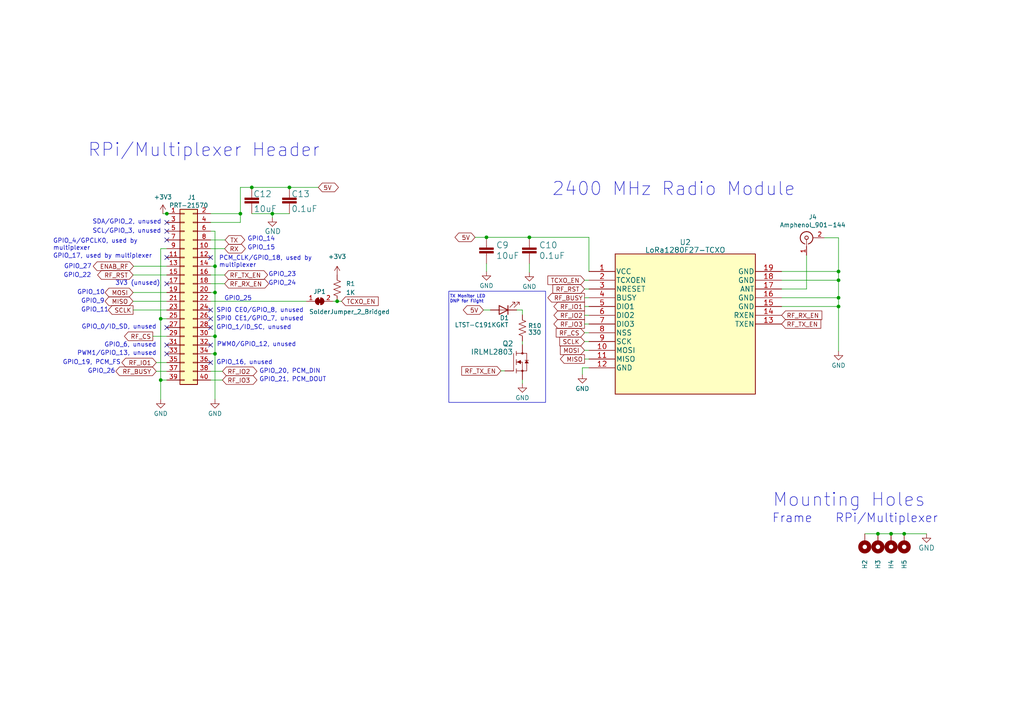
<source format=kicad_sch>
(kicad_sch (version 20230121) (generator eeschema)
  (paper "A4")
  (title_block (title "Raspberry Pi SX1280 Board") (date "2024-03-26") (rev "1.1") (company "K6TJ") (comment 1 "Pete Mahowald"))
  (lib_symbols
    (symbol "Connector:Conn_Coaxial" (pin_names (offset 1.016) hide)
      (property "Reference" "J" (at 0.254 3.048 0))
      (property "Value" "Conn_Coaxial" (at 2.921 0 90))
      (symbol "Conn_Coaxial_0_1"
        (arc (start -1.778 -0.508) (mid 0.2311 -1.8066) (end 1.778 0) (stroke (width 0.254)))
        (polyline (pts (xy -2.54 0) (xy -0.508 0)))
        (polyline (pts (xy 0 -2.54) (xy 0 -1.778)))
        (circle (center 0 0) (radius 0.508) (stroke (width 0.2032)))
        (arc (start 1.778 0) (mid 0.2099 1.8101) (end -1.778 0.508) (stroke (width 0.254)))
      )
      (symbol "Conn_Coaxial_1_1"
        (pin passive line (at -5.08 0 0) (length 2.54) (name "In") (number "1"))
        (pin passive line (at 0 -5.08 90) (length 2.54) (name "Ext") (number "2"))
      )
    )
    (symbol "Device:LED" (pin_numbers hide) (pin_names (offset 1.016) hide)
      (property "Reference" "D" (at 0 2.54 0))
      (property "Value" "LED" (at 0 -2.54 0))
      (symbol "LED_0_1"
        (polyline (pts (xy -1.27 -1.27) (xy -1.27 1.27)) (stroke (width 0.254)))
        (polyline (pts (xy -1.27 0) (xy 1.27 0)))
        (polyline (pts (xy 1.27 -1.27) (xy 1.27 1.27) (xy -1.27 0) (xy 1.27 -1.27)) (stroke (width 0.254)))
        (polyline (pts (xy -3.048 -0.762) (xy -4.572 -2.286) (xy -3.81 -2.286) (xy -4.572 -2.286) (xy -4.572 -1.524)))
        (polyline (pts (xy -1.778 -0.762) (xy -3.302 -2.286) (xy -2.54 -2.286) (xy -3.302 -2.286) (xy -3.302 -1.524)))
      )
      (symbol "LED_1_1"
        (pin passive line (at -3.81 0 0) (length 2.54) (name "K") (number "1"))
        (pin passive line (at 3.81 0 180) (length 2.54) (name "A") (number "2"))
      )
    )
    (symbol "Device:R_US" (pin_numbers hide) (pin_names (offset 0))
      (property "Reference" "R" (at 2.54 0 90))
      (property "Value" "R_US" (at -2.54 0 90))
      (symbol "R_US_0_1"
        (polyline (pts (xy 0 -2.286) (xy 0 -2.54)))
        (polyline (pts (xy 0 2.286) (xy 0 2.54)))
        (polyline (pts (xy 0 -0.762) (xy 1.016 -1.143) (xy 0 -1.524) (xy -1.016 -1.905) (xy 0 -2.286)))
        (polyline (pts (xy 0 0.762) (xy 1.016 0.381) (xy 0 0) (xy -1.016 -0.381) (xy 0 -0.762)))
        (polyline (pts (xy 0 2.286) (xy 1.016 1.905) (xy 0 1.524) (xy -1.016 1.143) (xy 0 0.762)))
      )
      (symbol "R_US_1_1"
        (pin passive line (at 0 3.81 270) (length 1.27) (name "~") (number "1"))
        (pin passive line (at 0 -3.81 90) (length 1.27) (name "~") (number "2"))
      )
    )
    (symbol "Jumper:SolderJumper_2_Bridged" (pin_names (offset 0) hide)
      (property "Reference" "JP" (at 0 2.032 0))
      (property "Value" "SolderJumper_2_Bridged" (at 0 -2.54 0))
      (symbol "SolderJumper_2_Bridged_0_1"
        (rectangle (start -0.508 0.508) (end 0.508 -0.508) (fill (type outline)))
        (arc (start -0.254 1.016) (mid -1.2656 0) (end -0.254 -1.016))
        (arc (start -0.254 1.016) (mid -1.2656 0) (end -0.254 -1.016) (fill (type outline)))
        (polyline (pts (xy -0.254 1.016) (xy -0.254 -1.016)))
        (polyline (pts (xy 0.254 1.016) (xy 0.254 -1.016)))
        (arc (start 0.254 -1.016) (mid 1.2656 0) (end 0.254 1.016))
        (arc (start 0.254 -1.016) (mid 1.2656 0) (end 0.254 1.016) (fill (type outline)))
      )
      (symbol "SolderJumper_2_Bridged_1_1"
        (pin passive line (at -3.81 0 0) (length 2.54) (name "A") (number "1"))
        (pin passive line (at 3.81 0 180) (length 2.54) (name "B") (number "2"))
      )
    )
    (symbol "Mechanical:MountingHole_Pad" (pin_numbers hide) (pin_names (offset 1.016) hide)
      (property "Reference" "H" (at 0 6.35 0))
      (property "Value" "MountingHole_Pad" (at 0 4.445 0))
      (symbol "MountingHole_Pad_0_1"
        (circle (center 0 1.27) (radius 1.27) (stroke (width 1.27)))
      )
      (symbol "MountingHole_Pad_1_1"
        (pin input line (at 0 -2.54 90) (length 2.54) (name "1") (number "1"))
      )
    )
    (symbol "mainboard:1.0UF-0603-16V-10%" (pin_names (offset 1.016))
      (property "Reference" "C" (at 1.524 2.921 0))
      (property "Value" "1.0UF-0603-16V-10%" (at 1.524 -2.159 0))
      (symbol "1.0UF-0603-16V-10%_1_0"
        (rectangle (start -2.032 0.508) (end 2.032 1.016) (fill (type outline)))
        (rectangle (start -2.032 1.524) (end 2.032 2.032) (fill (type outline)))
        (polyline (pts (xy 0 0) (xy 0 0.508)))
        (polyline (pts (xy 0 2.54) (xy 0 2.032)))
        (pin passive line (at 0 5.08 270) (length 2.54) (name "1") (number "1"))
        (pin passive line (at 0 -2.54 90) (length 2.54) (name "2") (number "2"))
      )
    )
    (symbol "mainboard:22UF-0805-6.3V-20%" (pin_names (offset 1.016))
      (property "Reference" "C" (at 1.524 2.921 0))
      (property "Value" "22UF-0805-6.3V-20%" (at 1.524 -2.159 0))
      (symbol "22UF-0805-6.3V-20%_1_0"
        (rectangle (start -2.032 0.508) (end 2.032 1.016) (fill (type outline)))
        (rectangle (start -2.032 1.524) (end 2.032 2.032) (fill (type outline)))
        (polyline (pts (xy 0 0) (xy 0 0.508)))
        (polyline (pts (xy 0 2.54) (xy 0 2.032)))
        (pin passive line (at 0 5.08 270) (length 2.54) (name "1") (number "1"))
        (pin passive line (at 0 -2.54 90) (length 2.54) (name "2") (number "2"))
      )
    )
    (symbol "mainboard:IRLML2803TRPBF" (pin_names (offset 1.016))
      (property "Reference" "Q" (at -11.43 1.27 0))
      (property "Value" "IRLML2803TRPBF" (at -11.43 3.81 0))
      (symbol "IRLML2803TRPBF_1_0"
        (polyline (pts (xy 0 2.54) (xy 0 -2.54)))
        (polyline (pts (xy 0.762 -2.54) (xy 0.762 -3.175)))
        (polyline (pts (xy 0.762 -1.905) (xy 0.762 -2.54)))
        (polyline (pts (xy 0.762 0) (xy 0.762 -0.762)))
        (polyline (pts (xy 0.762 0) (xy 2.54 0)))
        (polyline (pts (xy 0.762 0.762) (xy 0.762 0)))
        (polyline (pts (xy 0.762 2.54) (xy 0.762 1.905)))
        (polyline (pts (xy 0.762 2.54) (xy 3.81 2.54)))
        (polyline (pts (xy 0.762 3.175) (xy 0.762 2.54)))
        (polyline (pts (xy 2.54 -2.54) (xy 0.762 -2.54)))
        (polyline (pts (xy 2.54 -2.54) (xy 3.81 -2.54)))
        (polyline (pts (xy 2.54 0) (xy 2.54 -2.54)))
        (polyline (pts (xy 3.302 0.508) (xy 3.81 0.508)))
        (polyline (pts (xy 3.81 -0.508) (xy 3.81 -2.54)))
        (polyline (pts (xy 3.81 0.508) (xy 3.81 -0.508)))
        (polyline (pts (xy 3.81 0.508) (xy 4.318 0.508)))
        (polyline (pts (xy 3.81 2.54) (xy 3.81 0.508)))
        (polyline (pts (xy 1.016 0) (xy 2.032 0.508) (xy 2.032 -0.508)) (fill (type outline)))
        (polyline (pts (xy 3.81 0.508) (xy 3.302 -0.254) (xy 4.318 -0.254)) (fill (type outline)))
        (circle (center 2.54 -2.54) (radius 0.254))
        (circle (center 2.54 2.54) (radius 0.254))
        (pin passive line (at -2.54 -2.54 0) (length 2.54) (name "G") (number "1"))
        (pin passive line (at 2.54 -5.08 90) (length 2.54) (name "S") (number "2"))
        (pin passive line (at 2.54 5.08 270) (length 2.54) (name "D") (number "3"))
      )
    )
    (symbol "power:+3V3" (power) (pin_names (offset 0))
      (property "Value" "+3V3" (at 0 3.556 0))
      (symbol "+3V3_0_1"
        (polyline (pts (xy -0.762 1.27) (xy 0 2.54)))
        (polyline (pts (xy 0 0) (xy 0 2.54)))
        (polyline (pts (xy 0 2.54) (xy 0.762 1.27)))
      )
      (symbol "+3V3_1_1"
        (pin power_in line (at 0 0 90) (length 0) hide (name "+3V3") (number "1"))
      )
    )
    (symbol "power:GND" (power) (pin_names (offset 0))
      (property "Value" "GND" (at 0 -3.81 0))
      (symbol "GND_0_1"
        (polyline (pts (xy 0 0) (xy 0 -1.27) (xy 1.27 -1.27) (xy 0 -2.54) (xy -1.27 -1.27) (xy 0 -1.27)))
      )
      (symbol "GND_1_1"
        (pin power_in line (at 0 0 270) (length 0) hide (name "GND") (number "1"))
      )
    )
    (symbol "rpi_interface:LORA1280F27-TCXO" (pin_names (offset 0.254))
      (property "Reference" "U" (at 27.94 10.16 0))
      (property "Value" "LoRa1280F27-TCXO" (at 27.94 7.62 0))
      (property "Datasheet" "https://file.fomille.site/1260815565112336386/1650759420204007426.pdf" (at 0 0 0))
      (symbol "LORA1280F27-TCXO_1_0"
        (pin bidirectional line (at 55.88 -5.08 180) (length 7.62) (name "ANT") (number "17"))
      )
      (symbol "LORA1280F27-TCXO_1_1"
        (rectangle (start 7.62 5.08) (end 48.26 -35.56) (stroke (width 0.254)) (fill (type background)))
        (pin power_in line (at 0 0 0) (length 7.62) (name "VCC") (number "1"))
        (pin input line (at 0 -22.86 0) (length 7.62) (name "MOSI") (number "10"))
        (pin output line (at 0 -25.4 0) (length 7.62) (name "MISO") (number "11"))
        (pin power_in line (at 0 -27.94 0) (length 7.62) (name "GND") (number "12"))
        (pin input line (at 55.88 -15.24 180) (length 7.62) (name "TXEN") (number "13"))
        (pin input line (at 55.88 -12.7 180) (length 7.62) (name "RXEN") (number "14"))
        (pin power_in line (at 55.88 -10.16 180) (length 7.62) (name "GND") (number "15"))
        (pin power_in line (at 55.88 -7.62 180) (length 7.62) (name "GND") (number "16"))
        (pin power_in line (at 55.88 -2.54 180) (length 7.62) (name "GND") (number "18"))
        (pin power_in line (at 55.88 0 180) (length 7.62) (name "GND") (number "19"))
        (pin input line (at 0 -2.54 0) (length 7.62) (name "TCXOEN") (number "2"))
        (pin input line (at 0 -5.08 0) (length 7.62) (name "NRESET") (number "3"))
        (pin output line (at 0 -7.62 0) (length 7.62) (name "BUSY") (number "4"))
        (pin output line (at 0 -10.16 0) (length 7.62) (name "DIO1") (number "5"))
        (pin output line (at 0 -12.7 0) (length 7.62) (name "DIO2") (number "6"))
        (pin output line (at 0 -15.24 0) (length 7.62) (name "DIO3") (number "7"))
        (pin input line (at 0 -17.78 0) (length 7.62) (name "NSS") (number "8"))
        (pin input line (at 0 -20.32 0) (length 7.62) (name "SCK") (number "9"))
      )
    )
    (symbol "rpi_interface:PRT-21570" (pin_names (offset 1.016) hide)
      (property "Reference" "J" (at 1.27 25.4 0))
      (property "Value" "PRT-21570" (at 1.27 -27.94 0))
      (symbol "PRT-21570_1_1"
        (rectangle (start -1.27 -25.273) (end 0 -25.527) (stroke (width 0.1524)))
        (rectangle (start -1.27 -22.733) (end 0 -22.987) (stroke (width 0.1524)))
        (rectangle (start -1.27 -20.193) (end 0 -20.447) (stroke (width 0.1524)))
        (rectangle (start -1.27 -17.653) (end 0 -17.907) (stroke (width 0.1524)))
        (rectangle (start -1.27 -15.113) (end 0 -15.367) (stroke (width 0.1524)))
        (rectangle (start -1.27 -12.573) (end 0 -12.827) (stroke (width 0.1524)))
        (rectangle (start -1.27 -10.033) (end 0 -10.287) (stroke (width 0.1524)))
        (rectangle (start -1.27 -7.493) (end 0 -7.747) (stroke (width 0.1524)))
        (rectangle (start -1.27 -4.953) (end 0 -5.207) (stroke (width 0.1524)))
        (rectangle (start -1.27 -2.413) (end 0 -2.667) (stroke (width 0.1524)))
        (rectangle (start -1.27 0.127) (end 0 -0.127) (stroke (width 0.1524)))
        (rectangle (start -1.27 2.667) (end 0 2.413) (stroke (width 0.1524)))
        (rectangle (start -1.27 5.207) (end 0 4.953) (stroke (width 0.1524)))
        (rectangle (start -1.27 7.747) (end 0 7.493) (stroke (width 0.1524)))
        (rectangle (start -1.27 10.287) (end 0 10.033) (stroke (width 0.1524)))
        (rectangle (start -1.27 12.827) (end 0 12.573) (stroke (width 0.1524)))
        (rectangle (start -1.27 15.367) (end 0 15.113) (stroke (width 0.1524)))
        (rectangle (start -1.27 17.907) (end 0 17.653) (stroke (width 0.1524)))
        (rectangle (start -1.27 20.447) (end 0 20.193) (stroke (width 0.1524)))
        (rectangle (start -1.27 22.987) (end 0 22.733) (stroke (width 0.1524)))
        (rectangle (start -1.27 24.13) (end 3.81 -26.67) (stroke (width 0.254)) (fill (type background)))
        (rectangle (start 3.81 -25.273) (end 2.54 -25.527) (stroke (width 0.1524)))
        (rectangle (start 3.81 -22.733) (end 2.54 -22.987) (stroke (width 0.1524)))
        (rectangle (start 3.81 -20.193) (end 2.54 -20.447) (stroke (width 0.1524)))
        (rectangle (start 3.81 -17.653) (end 2.54 -17.907) (stroke (width 0.1524)))
        (rectangle (start 3.81 -15.113) (end 2.54 -15.367) (stroke (width 0.1524)))
        (rectangle (start 3.81 -12.573) (end 2.54 -12.827) (stroke (width 0.1524)))
        (rectangle (start 3.81 -10.033) (end 2.54 -10.287) (stroke (width 0.1524)))
        (rectangle (start 3.81 -7.493) (end 2.54 -7.747) (stroke (width 0.1524)))
        (rectangle (start 3.81 -4.953) (end 2.54 -5.207) (stroke (width 0.1524)))
        (rectangle (start 3.81 -2.413) (end 2.54 -2.667) (stroke (width 0.1524)))
        (rectangle (start 3.81 0.127) (end 2.54 -0.127) (stroke (width 0.1524)))
        (rectangle (start 3.81 2.667) (end 2.54 2.413) (stroke (width 0.1524)))
        (rectangle (start 3.81 5.207) (end 2.54 4.953) (stroke (width 0.1524)))
        (rectangle (start 3.81 7.747) (end 2.54 7.493) (stroke (width 0.1524)))
        (rectangle (start 3.81 10.287) (end 2.54 10.033) (stroke (width 0.1524)))
        (rectangle (start 3.81 12.827) (end 2.54 12.573) (stroke (width 0.1524)))
        (rectangle (start 3.81 15.367) (end 2.54 15.113) (stroke (width 0.1524)))
        (rectangle (start 3.81 17.907) (end 2.54 17.653) (stroke (width 0.1524)))
        (rectangle (start 3.81 20.447) (end 2.54 20.193) (stroke (width 0.1524)))
        (rectangle (start 3.81 22.987) (end 2.54 22.733) (stroke (width 0.1524)))
        (pin passive line (at -5.08 22.86 0) (length 3.81) (name "Pin_1") (number "1"))
        (pin passive line (at 7.62 12.7 180) (length 3.81) (name "Pin_10") (number "10"))
        (pin passive line (at -5.08 10.16 0) (length 3.81) (name "Pin_11") (number "11"))
        (pin passive line (at 7.62 10.16 180) (length 3.81) (name "Pin_12") (number "12"))
        (pin passive line (at -5.08 7.62 0) (length 3.81) (name "Pin_13") (number "13"))
        (pin passive line (at 7.62 7.62 180) (length 3.81) (name "Pin_14") (number "14"))
        (pin passive line (at -5.08 5.08 0) (length 3.81) (name "Pin_15") (number "15"))
        (pin passive line (at 7.62 5.08 180) (length 3.81) (name "Pin_16") (number "16"))
        (pin passive line (at -5.08 2.54 0) (length 3.81) (name "Pin_17") (number "17"))
        (pin passive line (at 7.62 2.54 180) (length 3.81) (name "Pin_18") (number "18"))
        (pin passive line (at -5.08 0 0) (length 3.81) (name "Pin_19") (number "19"))
        (pin passive line (at 7.62 22.86 180) (length 3.81) (name "Pin_2") (number "2"))
        (pin passive line (at 7.62 0 180) (length 3.81) (name "Pin_20") (number "20"))
        (pin passive line (at -5.08 -2.54 0) (length 3.81) (name "Pin_21") (number "21"))
        (pin passive line (at 7.62 -2.54 180) (length 3.81) (name "Pin_22") (number "22"))
        (pin passive line (at -5.08 -5.08 0) (length 3.81) (name "Pin_23") (number "23"))
        (pin passive line (at 7.62 -5.08 180) (length 3.81) (name "Pin_24") (number "24"))
        (pin passive line (at -5.08 -7.62 0) (length 3.81) (name "Pin_25") (number "25"))
        (pin passive line (at 7.62 -7.62 180) (length 3.81) (name "Pin_26") (number "26"))
        (pin passive line (at -5.08 -10.16 0) (length 3.81) (name "Pin_27") (number "27"))
        (pin passive line (at 7.62 -10.16 180) (length 3.81) (name "Pin_28") (number "28"))
        (pin passive line (at -5.08 -12.7 0) (length 3.81) (name "Pin_29") (number "29"))
        (pin passive line (at -5.08 20.32 0) (length 3.81) (name "Pin_3") (number "3"))
        (pin passive line (at 7.62 -12.7 180) (length 3.81) (name "Pin_30") (number "30"))
        (pin passive line (at -5.08 -15.24 0) (length 3.81) (name "Pin_31") (number "31"))
        (pin passive line (at 7.62 -15.24 180) (length 3.81) (name "Pin_32") (number "32"))
        (pin passive line (at -5.08 -17.78 0) (length 3.81) (name "Pin_33") (number "33"))
        (pin passive line (at 7.62 -17.78 180) (length 3.81) (name "Pin_34") (number "34"))
        (pin passive line (at -5.08 -20.32 0) (length 3.81) (name "Pin_35") (number "35"))
        (pin passive line (at 7.62 -20.32 180) (length 3.81) (name "Pin_36") (number "36"))
        (pin passive line (at -5.08 -22.86 0) (length 3.81) (name "Pin_37") (number "37"))
        (pin passive line (at 7.62 -22.86 180) (length 3.81) (name "Pin_38") (number "38"))
        (pin passive line (at -5.08 -25.4 0) (length 3.81) (name "Pin_39") (number "39"))
        (pin passive line (at 7.62 20.32 180) (length 3.81) (name "Pin_4") (number "4"))
        (pin passive line (at 7.62 -25.4 180) (length 3.81) (name "Pin_40") (number "40"))
        (pin passive line (at -5.08 17.78 0) (length 3.81) (name "Pin_5") (number "5"))
        (pin passive line (at 7.62 17.78 180) (length 3.81) (name "Pin_6") (number "6"))
        (pin passive line (at -5.08 15.24 0) (length 3.81) (name "Pin_7") (number "7"))
        (pin passive line (at 7.62 15.24 180) (length 3.81) (name "Pin_8") (number "8"))
        (pin passive line (at -5.08 12.7 0) (length 3.81) (name "Pin_9") (number "9"))
      )
    )
  )
  (junction (at 78.994 61.976))
  (junction (at 46.609 110.236))
  (junction (at 254.635 154.813))
  (junction (at 97.79 87.376))
  (junction (at 83.947 54.356))
  (junction (at 243.205 81.28))
  (junction (at 62.357 102.616))
  (junction (at 62.357 97.536))
  (junction (at 62.357 77.216))
  (junction (at 141.097 68.834))
  (junction (at 243.205 88.9))
  (junction (at 62.357 84.836))
  (junction (at 46.609 92.456))
  (junction (at 48.387 61.976))
  (junction (at 69.723 61.976))
  (junction (at 243.205 78.74))
  (junction (at 153.543 68.834))
  (junction (at 258.445 154.813))
  (junction (at 262.255 154.813))
  (junction (at 243.205 86.36))
  (junction (at 73.025 54.356))
  (no_connect (at 61.087 105.156))
  (no_connect (at 61.087 89.916))
  (no_connect (at 61.087 100.076))
  (no_connect (at 48.387 94.996))
  (no_connect (at 48.387 82.296))
  (no_connect (at 48.387 74.676))
  (no_connect (at 48.387 69.596))
  (no_connect (at 61.087 94.996))
  (no_connect (at 48.387 64.516))
  (no_connect (at 48.387 102.616))
  (no_connect (at 48.387 100.076))
  (no_connect (at 61.087 74.676))
  (no_connect (at 61.087 92.456))
  (no_connect (at 48.387 67.056))
  (wire (pts (xy 62.357 97.536) (xy 61.087 97.536)))
  (wire (pts (xy 262.255 154.813) (xy 268.732 154.813)))
  (wire (pts (xy 73.025 61.976) (xy 78.994 61.976)))
  (wire (pts (xy 61.087 77.216) (xy 62.357 77.216)))
  (wire (pts (xy 243.205 78.74) (xy 243.205 81.28)))
  (wire (pts (xy 170.815 106.68) (xy 168.91 106.68)))
  (wire (pts (xy 45.339 105.156) (xy 48.387 105.156)))
  (wire (pts (xy 226.695 81.28) (xy 243.205 81.28)))
  (wire (pts (xy 169.545 83.82) (xy 170.815 83.82)))
  (wire (pts (xy 46.609 110.236) (xy 48.387 110.236)))
  (wire (pts (xy 141.097 76.454) (xy 141.097 78.74)))
  (wire (pts (xy 226.695 86.36) (xy 243.205 86.36)))
  (wire (pts (xy 62.357 97.536) (xy 62.357 102.616)))
  (wire (pts (xy 141.097 68.834) (xy 153.543 68.834)))
  (wire (pts (xy 48.387 97.536) (xy 44.323 97.536)))
  (wire (pts (xy 45.339 107.696) (xy 48.387 107.696)))
  (wire (pts (xy 48.387 87.376) (xy 38.608 87.376)))
  (wire (pts (xy 140.208 89.916) (xy 142.24 89.916)))
  (wire (pts (xy 38.608 84.836) (xy 48.387 84.836)))
  (wire (pts (xy 169.545 96.52) (xy 170.815 96.52)))
  (wire (pts (xy 97.79 87.376) (xy 99.06 87.376)))
  (wire (pts (xy 38.608 89.916) (xy 48.387 89.916)))
  (wire (pts (xy 62.357 67.056) (xy 61.087 67.056)))
  (wire (pts (xy 226.695 78.74) (xy 243.205 78.74)))
  (wire (pts (xy 169.545 91.44) (xy 170.815 91.44)))
  (wire (pts (xy 46.609 92.456) (xy 48.387 92.456)))
  (wire (pts (xy 61.087 69.596) (xy 65.278 69.596)))
  (wire (pts (xy 83.947 54.356) (xy 92.329 54.356)))
  (wire (pts (xy 243.205 68.961) (xy 239.014 68.961)))
  (wire (pts (xy 46.609 92.456) (xy 46.609 72.136)))
  (wire (pts (xy 169.545 101.6) (xy 170.815 101.6)))
  (wire (pts (xy 151.511 98.933) (xy 151.511 99.949)))
  (wire (pts (xy 169.545 104.14) (xy 170.815 104.14)))
  (wire (pts (xy 169.545 99.06) (xy 170.815 99.06)))
  (wire (pts (xy 69.723 54.356) (xy 69.723 61.976)))
  (wire (pts (xy 46.609 72.136) (xy 48.387 72.136)))
  (wire (pts (xy 243.205 68.961) (xy 243.205 78.74)))
  (wire (pts (xy 69.723 64.516) (xy 69.723 61.976)))
  (wire (pts (xy 61.087 64.516) (xy 69.723 64.516)))
  (wire (pts (xy 61.087 107.696) (xy 64.516 107.696)))
  (wire (pts (xy 69.723 54.356) (xy 73.025 54.356)))
  (wire (pts (xy 243.205 86.36) (xy 243.205 88.9)))
  (wire (pts (xy 62.357 115.824) (xy 62.357 102.616)))
  (wire (pts (xy 78.994 61.976) (xy 78.994 63.119)))
  (wire (pts (xy 170.815 68.834) (xy 170.815 78.74)))
  (wire (pts (xy 38.608 79.756) (xy 48.387 79.756)))
  (wire (pts (xy 153.543 76.454) (xy 153.543 78.994)))
  (wire (pts (xy 145.288 107.569) (xy 146.431 107.569)))
  (wire (pts (xy 38.735 77.216) (xy 48.387 77.216)))
  (wire (pts (xy 243.205 88.9) (xy 243.205 101.854)))
  (wire (pts (xy 254.635 154.813) (xy 258.445 154.813)))
  (wire (pts (xy 73.025 54.356) (xy 83.947 54.356)))
  (wire (pts (xy 46.609 115.824) (xy 46.609 110.236)))
  (wire (pts (xy 168.91 106.68) (xy 168.91 108.585)))
  (wire (pts (xy 47.244 61.976) (xy 48.387 61.976)))
  (wire (pts (xy 149.86 89.916) (xy 151.511 89.916)))
  (wire (pts (xy 250.825 154.813) (xy 254.635 154.813)))
  (wire (pts (xy 169.545 86.36) (xy 170.815 86.36)))
  (wire (pts (xy 96.52 87.376) (xy 97.79 87.376)))
  (wire (pts (xy 62.357 67.056) (xy 62.357 77.216)))
  (wire (pts (xy 61.087 79.756) (xy 65.151 79.756)))
  (wire (pts (xy 46.609 92.456) (xy 46.609 110.236)))
  (wire (pts (xy 61.087 82.296) (xy 65.151 82.296)))
  (wire (pts (xy 78.994 61.976) (xy 83.947 61.976)))
  (wire (pts (xy 169.545 93.98) (xy 170.815 93.98)))
  (wire (pts (xy 151.511 89.916) (xy 151.511 91.313)))
  (wire (pts (xy 153.543 68.834) (xy 170.815 68.834)))
  (wire (pts (xy 258.445 154.813) (xy 262.255 154.813)))
  (wire (pts (xy 226.695 88.9) (xy 243.205 88.9)))
  (wire (pts (xy 61.087 84.836) (xy 62.357 84.836)))
  (wire (pts (xy 48.387 61.976) (xy 48.514 61.976)))
  (wire (pts (xy 61.087 110.236) (xy 64.516 110.236)))
  (wire (pts (xy 61.087 87.376) (xy 88.9 87.376)))
  (wire (pts (xy 169.545 81.28) (xy 170.815 81.28)))
  (wire (pts (xy 61.087 72.136) (xy 65.151 72.136)))
  (wire (pts (xy 62.357 84.836) (xy 62.357 97.536)))
  (wire (pts (xy 61.087 61.976) (xy 69.723 61.976)))
  (wire (pts (xy 243.205 81.28) (xy 243.205 86.36)))
  (wire (pts (xy 169.545 88.9) (xy 170.815 88.9)))
  (wire (pts (xy 233.934 74.041) (xy 233.934 83.82)))
  (wire (pts (xy 137.795 68.834) (xy 141.097 68.834)))
  (wire (pts (xy 226.695 83.82) (xy 233.934 83.82)))
  (wire (pts (xy 151.511 110.109) (xy 151.511 111.252)))
  (wire (pts (xy 61.087 102.616) (xy 62.357 102.616)))
  (wire (pts (xy 62.357 77.216) (xy 62.357 84.836)))
  (rectangle (start 130.175 84.455) (end 158.242 116.713))
  (text "Mounting Holes" (at 224.028 147.32 0) (effects (font (size 3.81 3.81)) (justify left bottom)))
  (text "Frame" (at 223.901 151.892 0) (effects (font (size 2.54 2.54)) (justify left bottom)))
  (text "GPIO_0/ID_SD, unused" (at 23.622 95.631 0) (effects (font (size 1.27 1.27)) (justify left bottom)))
  (text "GPIO_21, PCM_DOUT" (at 75.184 110.871 0) (effects (font (size 1.27 1.27)) (justify left bottom)))
  (text "RPi/Multiplexer" (at 242.189 151.892 0) (effects (font (size 2.54 2.54)) (justify left bottom)))
  (text "RPi/Multiplexer Header" (at 25.4 45.847 0) (effects (font (size 3.81 3.81)) (justify left bottom)))
  (text "GPIO_1/ID_SC, unused" (at 62.738 95.758 0) (effects (font (size 1.27 1.27)) (justify left bottom)))
  (text "GPIO_19, PCM_FS" (at 18.161 105.918 0) (effects (font (size 1.27 1.27)) (justify left bottom)))
  (text "GPIO_15" (at 71.755 72.644 0) (effects (font (size 1.27 1.27)) (justify left bottom)))
  (text "GPIO_6, unused" (at 30.226 100.838 0) (effects (font (size 1.27 1.27)) (justify left bottom)))
  (text "GPIO_22" (at 18.415 80.645 0) (effects (font (size 1.27 1.27)) (justify left bottom)))
  (text "3V3 (unused)" (at 33.401 82.931 0) (effects (font (size 1.27 1.27)) (justify left bottom)))
  (text "GPIO_14" (at 71.755 70.104 0) (effects (font (size 1.27 1.27)) (justify left bottom)))
  (text "SDA/GPIO_2, unused" (at 26.797 65.151 0) (effects (font (size 1.27 1.27)) (justify left bottom)))
  (text "GPIO_11" (at 23.495 90.678 0) (effects (font (size 1.27 1.27)) (justify left bottom)))
  (text "GPIO_16, unused" (at 62.738 105.918 0) (effects (font (size 1.27 1.27)) (justify left bottom)))
  (text "GPIO_27" (at 18.542 78.105 0) (effects (font (size 1.27 1.27)) (justify left bottom)))
  (text "SCL/GPIO_3, unused" (at 26.797 67.818 0) (effects (font (size 1.27 1.27)) (justify left bottom)))
  (text "GPIO_10" (at 22.352 85.598 0) (effects (font (size 1.27 1.27)) (justify left bottom)))
  (text "TX Monitor LED\nDNP for Flight\n" (at 130.429 88.011 0) (effects (font (size 0.889 0.889)) (justify left bottom)))
  (text "PWM0/GPIO_12, unused" (at 62.865 100.711 0) (effects (font (size 1.27 1.27)) (justify left bottom)))
  (text "GPIO_20, PCM_DIN" (at 75.184 108.458 0) (effects (font (size 1.27 1.27)) (justify left bottom)))
  (text "GPIO_9" (at 23.495 88.138 0) (effects (font (size 1.27 1.27)) (justify left bottom)))
  (text "PCM_CLK/GPIO_18, used by\nmultiplexer" (at 63.5 77.724 0) (effects (font (size 1.27 1.27)) (justify left bottom)))
  (text "PWM1/GPIO_13, unused" (at 22.352 103.251 0) (effects (font (size 1.27 1.27)) (justify left bottom)))
  (text "GPIO_25" (at 65.024 87.376 0) (effects (font (size 1.27 1.27)) (justify left bottom)))
  (text "2400 MHz Radio Module" (at 160.02 57.15 0) (effects (font (size 3.81 3.81)) (justify left bottom)))
  (text "SPI0 CE1/GPIO_7, unused" (at 62.738 93.218 0) (effects (font (size 1.27 1.27)) (justify left bottom)))
  (text "GPIO_23" (at 77.851 80.391 0) (effects (font (size 1.27 1.27)) (justify left bottom)))
  (text "GPIO_17, used by multiplexer" (at 15.367 75.057 0) (effects (font (size 1.27 1.27)) (justify left bottom)))
  (text "GPIO_4/GPCLK0, used by\nmultiplexer" (at 15.367 72.771 0) (effects (font (size 1.27 1.27)) (justify left bottom)))
  (text "GPIO_24" (at 77.851 82.931 0) (effects (font (size 1.27 1.27)) (justify left bottom)))
  (text "SPI0 CE0/GPIO_8, unused" (at 62.738 90.805 0) (effects (font (size 1.27 1.27)) (justify left bottom)))
  (text "GPIO_26" (at 25.4 108.458 0) (effects (font (size 1.27 1.27)) (justify left bottom)))
  (global_label "RF_CS" (shape input) (at 169.545 96.52 180) (property "Intersheetrefs" "${INTERSHEET_REFS}" (effects hide)))
  (global_label "ENAB_RF" (shape bidirectional) (at 38.735 77.216 180) (property "Intersheetrefs" "${INTERSHEET_REFS}" (effects hide)))
  (global_label "RF_IO2" (shape bidirectional) (at 64.516 107.696 0) (property "Intersheetrefs" "${INTERSHEET_REFS}" (effects hide)))
  (global_label "SCLK" (shape input) (at 169.545 99.06 180) (property "Intersheetrefs" "${INTERSHEET_REFS}" (effects hide)))
  (global_label "MOSI" (shape bidirectional) (at 38.608 84.836 180) (property "Intersheetrefs" "${INTERSHEET_REFS}" (effects hide)))
  (global_label "RF_BUSY" (shape bidirectional) (at 45.339 107.696 180) (property "Intersheetrefs" "${INTERSHEET_REFS}" (effects hide)))
  (global_label "RF_BUSY" (shape output) (at 169.545 86.36 180) (property "Intersheetrefs" "${INTERSHEET_REFS}" (effects hide)))
  (global_label "5V" (shape bidirectional) (at 137.795 68.834 180) (property "Intersheetrefs" "${INTERSHEET_REFS}" (effects hide)))
  (global_label "5V" (shape bidirectional) (at 140.208 89.916 180) (property "Intersheetrefs" "${INTERSHEET_REFS}" (effects hide)))
  (global_label "TCXO_EN" (shape input) (at 99.06 87.376 0) (property "Intersheetrefs" "${INTERSHEET_REFS}" (effects hide)))
  (global_label "RF_TX_EN" (shape input) (at 145.288 107.569 180) (property "Intersheetrefs" "${INTERSHEET_REFS}" (effects hide)))
  (global_label "RF_IO3" (shape output) (at 169.545 93.98 180) (property "Intersheetrefs" "${INTERSHEET_REFS}" (effects hide)))
  (global_label "MOSI" (shape input) (at 169.545 101.6 180) (property "Intersheetrefs" "${INTERSHEET_REFS}" (effects hide)))
  (global_label "RF_IO3" (shape bidirectional) (at 64.516 110.236 0) (property "Intersheetrefs" "${INTERSHEET_REFS}" (effects hide)))
  (global_label "MISO" (shape output) (at 169.545 104.14 180) (property "Intersheetrefs" "${INTERSHEET_REFS}" (effects hide)))
  (global_label "RF_TX_EN" (shape input) (at 226.695 93.98 0) (property "Intersheetrefs" "${INTERSHEET_REFS}" (effects hide)))
  (global_label "TCXO_EN" (shape input) (at 169.545 81.28 180) (property "Intersheetrefs" "${INTERSHEET_REFS}" (effects hide)))
  (global_label "5V" (shape bidirectional) (at 92.329 54.356 0) (property "Intersheetrefs" "${INTERSHEET_REFS}" (effects hide)))
  (global_label "RF_IO1" (shape bidirectional) (at 45.339 105.156 180) (property "Intersheetrefs" "${INTERSHEET_REFS}" (effects hide)))
  (global_label "RF_TX_EN" (shape bidirectional) (at 65.151 79.756 0) (property "Intersheetrefs" "${INTERSHEET_REFS}" (effects hide)))
  (global_label "RF_CS" (shape output) (at 44.323 97.536 180) (property "Intersheetrefs" "${INTERSHEET_REFS}" (effects hide)))
  (global_label "RF_IO1" (shape output) (at 169.545 88.9 180) (property "Intersheetrefs" "${INTERSHEET_REFS}" (effects hide)))
  (global_label "RF_RX_EN" (shape input) (at 226.695 91.44 0) (property "Intersheetrefs" "${INTERSHEET_REFS}" (effects hide)))
  (global_label "RF_IO2" (shape output) (at 169.545 91.44 180) (property "Intersheetrefs" "${INTERSHEET_REFS}" (effects hide)))
  (global_label "RF_RST" (shape bidirectional) (at 38.608 79.756 180) (property "Intersheetrefs" "${INTERSHEET_REFS}" (effects hide)))
  (global_label "RF_RX_EN" (shape bidirectional) (at 65.151 82.296 0) (property "Intersheetrefs" "${INTERSHEET_REFS}" (effects hide)))
  (global_label "MISO" (shape bidirectional) (at 38.608 87.376 180) (property "Intersheetrefs" "${INTERSHEET_REFS}" (effects hide)))
  (global_label "SCLK" (shape output) (at 38.608 89.916 180) (property "Intersheetrefs" "${INTERSHEET_REFS}" (effects hide)))
  (global_label "TX" (shape bidirectional) (at 65.278 69.596 0) (property "Intersheetrefs" "${INTERSHEET_REFS}" (effects hide)))
  (global_label "RF_RST" (shape input) (at 169.545 83.82 180) (property "Intersheetrefs" "${INTERSHEET_REFS}" (effects hide)))
  (global_label "RX" (shape bidirectional) (at 65.151 72.136 0) (property "Intersheetrefs" "${INTERSHEET_REFS}" (effects hide)))
  (symbol (lib_id "mainboard:22UF-0805-6.3V-20%") (at 83.947 59.436 0) (unit 1)
    (property "Reference" "C13" (at 84.455 57.277 0) (effects (font (size 1.778 1.778)) (justify left bottom)))
    (property "Value" "0.1uF" (at 84.455 61.595 0) (effects (font (size 1.778 1.778)) (justify left bottom)))
    (property "Footprint" "Capacitor_SMD:C_0603_1608Metric" (effects hide))
    (property "Description" "22uF +-20% 10V X5R" (effects hide))
  )
  (symbol (lib_id "rpi_interface:PRT-21570") (at 53.467 84.836 0) (unit 1)
    (property "Reference" "J1" (at 55.626 57.261 0))
    (property "Value" "PRT-21570" (at 54.737 59.563 0))
    (property "Footprint" "rpi_interface:PRT-21570" (effects hide))
    (property "Datasheet" "https://cdn.sparkfun.com/assets/0/8/d/b/2/DS-16764-2_X_20_Pin_Extended_GPIO_Header_-_Female_-_13.5mm_9.80mm.pdf" (effects hide))
  )
  (symbol (lib_id "mainboard:22UF-0805-6.3V-20%") (at 73.025 59.436 0) (unit 1)
    (property "Reference" "C12" (at 73.406 57.277 0) (effects (font (size 1.778 1.778)) (justify left bottom)))
    (property "Value" "10uF" (at 73.533 61.595 0) (effects (font (size 1.778 1.778)) (justify left bottom)))
    (property "Footprint" "Capacitor_SMD:C_0603_1608Metric" (effects hide))
    (property "Description" "22uF +-20% 10V X5R" (effects hide))
  )
  (symbol (lib_id "power:GND") (at 46.609 115.824 0) (unit 1)
    (property "Reference" "#PWR05" (effects hide))
    (property "Value" "GND" (at 46.609 119.9595 0))
  )
  (symbol (lib_id "power:GND") (at 268.732 154.813 0) (unit 1)
    (property "Reference" "#GND08" (effects hide))
    (property "Value" "GND" (at 266.319 159.766 0) (effects (font (size 1.4986 1.4986)) (justify left bottom)))
  )
  (symbol (lib_id "Mechanical:MountingHole_Pad") (at 254.635 157.353 180) (unit 1) (in_bom no)
    (property "Reference" "H3" (at 254.635 163.703 90))
    (property "Value" "MountingHole_Pad" (effects hide))
    (property "Footprint" "MountingHole:MountingHole_2.7mm_M2.5_DIN965_Pad" (effects hide))
    (property "DNI" "DNI" (effects hide))
  )
  (symbol (lib_id "Device:R_US") (at 151.511 95.123 0) (unit 1)
    (property "Reference" "R10" (at 153.162 94.4793 0) (effects (justify left)))
    (property "Value" "330" (at 153.162 96.4003 0) (effects (justify left)))
    (property "Footprint" "Resistor_SMD:R_0603_1608Metric" (effects hide))
  )
  (symbol (lib_id "mainboard:IRLML2803TRPBF") (at 148.971 105.029 0) (unit 1)
    (property "Reference" "Q2" (at 145.669 98.806 0) (effects (font (size 1.4986 1.4986)) (justify left top)))
    (property "Value" "IRLML2803" (at 136.525 101.219 0) (effects (font (size 1.4986 1.4986)) (justify left top)))
    (property "Footprint" "mainboard:SOT-23" (effects hide))
    (property "Datasheet" "https://www.infineon.com/dgdl/irlml2803pbf.pdf?fileId=5546d462533600a4015356682aff260f" (effects hide))
    (property "Description" "Single N-Channel MOSFET" (effects hide))
    (property "Flight" "MMBT2222AT " (effects hide))
    (property "Manufacturer_Name" "ON Semiconductor" (effects hide))
    (property "Manufacturer_Part_Number" "MMBT2222AT " (effects hide))
    (property "Proto" "2302" (effects hide))
  )
  (symbol (lib_id "power:GND") (at 62.357 115.824 0) (unit 1)
    (property "Reference" "#PWR06" (effects hide))
    (property "Value" "GND" (at 62.357 119.9595 0))
  )
  (symbol (lib_id "Mechanical:MountingHole_Pad") (at 258.445 157.353 180) (unit 1) (in_bom no)
    (property "Reference" "H4" (at 258.445 163.703 90))
    (property "Value" "MountingHole_Pad" (effects hide))
    (property "Footprint" "MountingHole:MountingHole_2.7mm_M2.5_DIN965_Pad" (effects hide))
    (property "DNI" "DNI" (effects hide))
  )
  (symbol (lib_id "mainboard:1.0UF-0603-16V-10%") (at 153.543 73.914 0) (unit 1)
    (property "Reference" "C10" (at 156.2862 71.0946 0) (effects (font (size 1.778 1.778)) (justify left)))
    (property "Value" "0.1uF" (at 156.2862 74.168 0) (effects (font (size 1.778 1.778)) (justify left)))
    (property "Footprint" "Capacitor_SMD:C_0603_1608Metric" (effects hide))
    (property "Description" "1uF 0603 X7R" (effects hide))
  )
  (symbol (lib_id "power:GND") (at 141.097 78.74 0) (unit 1)
    (property "Reference" "#PWR02" (effects hide))
    (property "Value" "GND" (at 141.097 82.8755 0))
  )
  (symbol (lib_id "power:GND") (at 153.543 78.994 0) (unit 1)
    (property "Reference" "#PWR09" (effects hide))
    (property "Value" "GND" (at 153.543 83.1295 0))
  )
  (symbol (lib_id "power:GND") (at 151.511 111.252 0) (unit 1)
    (property "Reference" "#PWR03" (effects hide))
    (property "Value" "GND" (at 151.511 115.3875 0))
  )
  (symbol (lib_id "power:+3V3") (at 47.244 61.976 0) (unit 1)
    (property "Reference" "#PWR01" (effects hide))
    (property "Value" "+3V3" (at 47.244 57.15 0))
  )
  (symbol (lib_id "mainboard:1.0UF-0603-16V-10%") (at 141.097 73.914 0) (unit 1)
    (property "Reference" "C9" (at 143.8402 71.0946 0) (effects (font (size 1.778 1.778)) (justify left)))
    (property "Value" "10uF" (at 143.8402 74.168 0) (effects (font (size 1.778 1.778)) (justify left)))
    (property "Footprint" "Capacitor_SMD:C_0603_1608Metric" (effects hide))
    (property "Description" "1uF 0603 X7R" (effects hide))
  )
  (symbol (lib_id "power:+3V3") (at 97.79 79.756 0) (unit 1)
    (property "Reference" "#PWR07" (effects hide))
    (property "Value" "+3V3" (at 97.79 74.422 0))
  )
  (symbol (lib_id "Device:R_US") (at 97.79 83.566 0) (unit 1)
    (property "Reference" "R1" (at 100.33 82.296 0) (effects (justify left)))
    (property "Value" "1K" (at 100.33 84.836 0) (effects (justify left)))
    (property "Footprint" "Resistor_SMD:R_0603_1608Metric_Pad0.98x0.95mm_HandSolder" (effects hide))
  )
  (symbol (lib_id "Mechanical:MountingHole_Pad") (at 262.255 157.353 180) (unit 1) (in_bom no)
    (property "Reference" "H5" (at 262.255 163.703 90))
    (property "Value" "MountingHole_Pad" (effects hide))
    (property "Footprint" "MountingHole:MountingHole_2.7mm_M2.5_DIN965_Pad" (effects hide))
    (property "DNI" "DNI" (effects hide))
  )
  (symbol (lib_id "power:GND") (at 78.994 63.119 0) (unit 1)
    (property "Reference" "#GND07" (effects hide))
    (property "Value" "GND" (at 76.708 67.945 0) (effects (font (size 1.4986 1.4986)) (justify left bottom)))
  )
  (symbol (lib_id "Connector:Conn_Coaxial") (at 233.934 68.961 90) (unit 1)
    (property "Reference" "J4" (at 235.7374 62.9412 90))
    (property "Value" "Amphenol_901-144" (at 235.7374 65.2526 90))
    (property "Footprint" "rpi_interface:SMA_901-144" (effects hide))
    (property "Datasheet" "https://www.amphenolrf.com/library/download/link/link_id/593640/parent/901-144/" (effects hide))
    (property "Description" "Amphenol RF SMA " (effects hide))
    (property "Flight" "901-144" (effects hide))
    (property "Manufacturer_Name" "Amphenol" (effects hide))
    (property "Manufacturer_Part_Number" "901-144" (effects hide))
    (property "Proto" "901-144" (effects hide))
  )
  (symbol (lib_id "Device:LED") (at 146.05 89.916 180) (unit 1)
    (property "Reference" "D1" (at 146.304 92.202 0))
    (property "Value" "LTST-C191KGKT" (at 139.7 94.234 0))
    (property "Footprint" "LED_SMD:LED_0603_1608Metric" (effects hide))
  )
  (symbol (lib_id "Mechanical:MountingHole_Pad") (at 250.825 157.353 180) (unit 1) (in_bom no)
    (property "Reference" "H2" (at 250.825 163.703 90))
    (property "Value" "MountingHole_Pad" (effects hide))
    (property "Footprint" "MountingHole:MountingHole_2.7mm_M2.5_DIN965_Pad" (effects hide))
    (property "DNI" "DNI" (effects hide))
  )
  (symbol (lib_id "power:GND") (at 168.91 108.585 0) (unit 1)
    (property "Reference" "#PWR010" (effects hide))
    (property "Value" "GND" (at 168.91 112.7205 0))
  )
  (symbol (lib_id "rpi_interface:LORA1280F27-TCXO") (at 170.815 78.74 0) (unit 1)
    (property "Reference" "U2" (at 198.755 70.2769 0) (effects (font (size 1.524 1.524))))
    (property "Value" "LoRa1280F27-TCXO" (at 198.755 72.5311 0) (effects (font (size 1.524 1.524))))
    (property "Footprint" "rpi_interface:LORA128XF27" (effects hide))
    (property "Datasheet" "https://file.fomille.site/1260815565112336386/1650759420204007426.pdf" (effects hide))
  )
  (symbol (lib_id "Jumper:SolderJumper_2_Bridged") (at 92.71 87.376 0) (unit 1)
    (property "Reference" "JP1" (at 92.71 84.582 0))
    (property "Value" "SolderJumper_2_Bridged" (at 101.346 90.424 0))
    (property "Footprint" "Jumper:SolderJumper-2_P1.3mm_Bridged2Bar_RoundedPad1.0x1.5mm" (effects hide))
  )
  (symbol (lib_id "power:GND") (at 243.205 101.854 0) (unit 1)
    (property "Reference" "#PWR011" (effects hide))
    (property "Value" "GND" (at 243.205 105.9895 0))
  )
)
</source>
